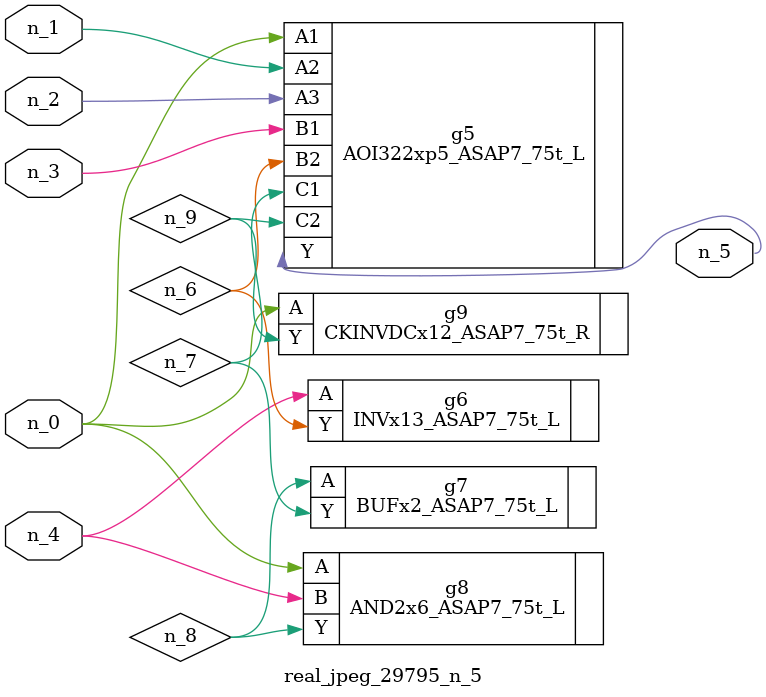
<source format=v>
module real_jpeg_29795_n_5 (n_4, n_0, n_1, n_2, n_3, n_5);

input n_4;
input n_0;
input n_1;
input n_2;
input n_3;

output n_5;

wire n_8;
wire n_6;
wire n_7;
wire n_9;

AOI322xp5_ASAP7_75t_L g5 ( 
.A1(n_0),
.A2(n_1),
.A3(n_2),
.B1(n_3),
.B2(n_6),
.C1(n_7),
.C2(n_9),
.Y(n_5)
);

AND2x6_ASAP7_75t_L g8 ( 
.A(n_0),
.B(n_4),
.Y(n_8)
);

CKINVDCx12_ASAP7_75t_R g9 ( 
.A(n_0),
.Y(n_9)
);

INVx13_ASAP7_75t_L g6 ( 
.A(n_4),
.Y(n_6)
);

BUFx2_ASAP7_75t_L g7 ( 
.A(n_8),
.Y(n_7)
);


endmodule
</source>
